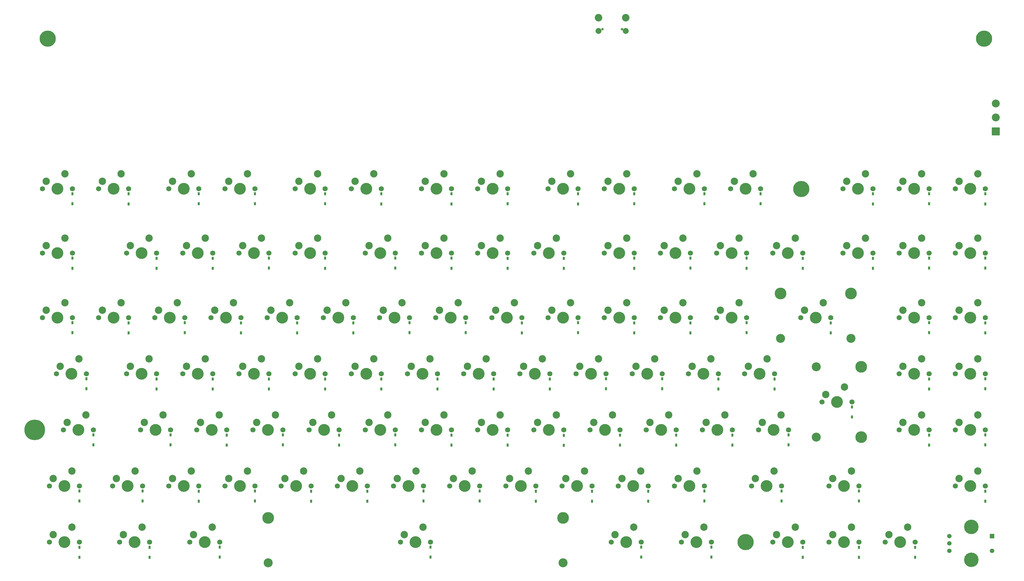
<source format=gbs>
G04 #@! TF.GenerationSoftware,KiCad,Pcbnew,7.0.8*
G04 #@! TF.CreationDate,2024-02-16T20:15:50-06:00*
G04 #@! TF.ProjectId,VesselV3,56657373-656c-4563-932e-6b696361645f,3.0*
G04 #@! TF.SameCoordinates,Original*
G04 #@! TF.FileFunction,Soldermask,Bot*
G04 #@! TF.FilePolarity,Negative*
%FSLAX46Y46*%
G04 Gerber Fmt 4.6, Leading zero omitted, Abs format (unit mm)*
G04 Created by KiCad (PCBNEW 7.0.8) date 2024-02-16 20:15:50*
%MOMM*%
%LPD*%
G01*
G04 APERTURE LIST*
G04 Aperture macros list*
%AMRoundRect*
0 Rectangle with rounded corners*
0 $1 Rounding radius*
0 $2 $3 $4 $5 $6 $7 $8 $9 X,Y pos of 4 corners*
0 Add a 4 corners polygon primitive as box body*
4,1,4,$2,$3,$4,$5,$6,$7,$8,$9,$2,$3,0*
0 Add four circle primitives for the rounded corners*
1,1,$1+$1,$2,$3*
1,1,$1+$1,$4,$5*
1,1,$1+$1,$6,$7*
1,1,$1+$1,$8,$9*
0 Add four rect primitives between the rounded corners*
20,1,$1+$1,$2,$3,$4,$5,0*
20,1,$1+$1,$4,$5,$6,$7,0*
20,1,$1+$1,$6,$7,$8,$9,0*
20,1,$1+$1,$8,$9,$2,$3,0*%
G04 Aperture macros list end*
%ADD10C,1.750000*%
%ADD11C,4.000000*%
%ADD12C,2.500000*%
%ADD13C,0.800000*%
%ADD14C,2.000000*%
%ADD15C,2.565000*%
%ADD16RoundRect,0.102000X1.237500X-1.237500X1.237500X1.237500X-1.237500X1.237500X-1.237500X-1.237500X0*%
%ADD17C,2.679000*%
%ADD18C,3.048000*%
%ADD19C,3.987800*%
%ADD20C,7.000000*%
%ADD21C,5.500000*%
%ADD22R,1.500000X1.500000*%
%ADD23C,1.500000*%
%ADD24C,4.920000*%
%ADD25R,0.740000X1.020000*%
G04 APERTURE END LIST*
D10*
X200025000Y-87153700D03*
D11*
X205105000Y-87153700D03*
D10*
X210185000Y-87153700D03*
D12*
X201295000Y-84613700D03*
X207645000Y-82073700D03*
D10*
X361950000Y-169068700D03*
D11*
X367030000Y-169068700D03*
D10*
X372110000Y-169068700D03*
D12*
X363220000Y-166528700D03*
X369570000Y-163988700D03*
D10*
X338137500Y-207168700D03*
D11*
X343217500Y-207168700D03*
D10*
X348297500Y-207168700D03*
D12*
X339407500Y-204628700D03*
X345757500Y-202088700D03*
D10*
X54768800Y-207168700D03*
D11*
X59848800Y-207168700D03*
D10*
X64928800Y-207168700D03*
D12*
X56038800Y-204628700D03*
X62388800Y-202088700D03*
D10*
X190500000Y-188118700D03*
D11*
X195580000Y-188118700D03*
D10*
X200660000Y-188118700D03*
D12*
X191770000Y-185578700D03*
X198120000Y-183038700D03*
D10*
X142875000Y-169068700D03*
D11*
X147955000Y-169068700D03*
D10*
X153035000Y-169068700D03*
D12*
X144145000Y-166528700D03*
X150495000Y-163988700D03*
D10*
X342900000Y-150018700D03*
D11*
X347980000Y-150018700D03*
D10*
X353060000Y-150018700D03*
D12*
X344170000Y-147478700D03*
X350520000Y-144938700D03*
D13*
X248880000Y-33023000D03*
X242280000Y-33023000D03*
D14*
X250190000Y-33583000D03*
X240970000Y-33583000D03*
D15*
X250190000Y-29083000D03*
X240970000Y-29083000D03*
D10*
X119062500Y-150018700D03*
D11*
X124142500Y-150018700D03*
D10*
X129222500Y-150018700D03*
D12*
X120332500Y-147478700D03*
X126682500Y-144938700D03*
D10*
X123825000Y-169068700D03*
D11*
X128905000Y-169068700D03*
D10*
X133985000Y-169068700D03*
D12*
X125095000Y-166528700D03*
X131445000Y-163988700D03*
D10*
X228600000Y-188118700D03*
D11*
X233680000Y-188118700D03*
D10*
X238760000Y-188118700D03*
D12*
X229870000Y-185578700D03*
X236220000Y-183038700D03*
D10*
X166687500Y-130968700D03*
D11*
X171767500Y-130968700D03*
D10*
X176847500Y-130968700D03*
D12*
X167957500Y-128428700D03*
X174307500Y-125888700D03*
D10*
X185737500Y-130968700D03*
D11*
X190817500Y-130968700D03*
D10*
X195897500Y-130968700D03*
D12*
X187007500Y-128428700D03*
X193357500Y-125888700D03*
D10*
X269081300Y-207168700D03*
D11*
X274161300Y-207168700D03*
D10*
X279241300Y-207168700D03*
D12*
X270351300Y-204628700D03*
X276701300Y-202088700D03*
D10*
X361950000Y-150018700D03*
D11*
X367030000Y-150018700D03*
D10*
X372110000Y-150018700D03*
D12*
X363220000Y-147478700D03*
X369570000Y-144938700D03*
D10*
X90487500Y-130968700D03*
D11*
X95567500Y-130968700D03*
D10*
X100647500Y-130968700D03*
D12*
X91757500Y-128428700D03*
X98107500Y-125888700D03*
D10*
X52387500Y-130968700D03*
D11*
X57467500Y-130968700D03*
D10*
X62547500Y-130968700D03*
D12*
X53657500Y-128428700D03*
X60007500Y-125888700D03*
D10*
X180975000Y-109061200D03*
D11*
X186055000Y-109061200D03*
D10*
X191135000Y-109061200D03*
D12*
X182245000Y-106521200D03*
X188595000Y-103981200D03*
D10*
X138112500Y-87153700D03*
D11*
X143192500Y-87153700D03*
D10*
X148272500Y-87153700D03*
D12*
X139382500Y-84613700D03*
X145732500Y-82073700D03*
D10*
X52387500Y-87153700D03*
D11*
X57467500Y-87153700D03*
D10*
X62547500Y-87153700D03*
D12*
X53657500Y-84613700D03*
X60007500Y-82073700D03*
D10*
X80962500Y-150018700D03*
D11*
X86042500Y-150018700D03*
D10*
X91122500Y-150018700D03*
D12*
X82232500Y-147478700D03*
X88582500Y-144938700D03*
D10*
X245268800Y-207168700D03*
D11*
X250348800Y-207168700D03*
D10*
X255428800Y-207168700D03*
D12*
X246538800Y-204628700D03*
X252888800Y-202088700D03*
D16*
X375651500Y-67742000D03*
D17*
X375651500Y-62992000D03*
X375651500Y-58242000D03*
D10*
X361950000Y-87153700D03*
D11*
X367030000Y-87153700D03*
D10*
X372110000Y-87153700D03*
D12*
X363220000Y-84613700D03*
X369570000Y-82073700D03*
D10*
X292893800Y-188118700D03*
D11*
X297973800Y-188118700D03*
D10*
X303053800Y-188118700D03*
D12*
X294163800Y-185578700D03*
X300513800Y-183038700D03*
D10*
X76200000Y-188118700D03*
D11*
X81280000Y-188118700D03*
D10*
X86360000Y-188118700D03*
D12*
X77470000Y-185578700D03*
X83820000Y-183038700D03*
D10*
X309562500Y-130968700D03*
D11*
X314642500Y-130968700D03*
D10*
X319722500Y-130968700D03*
D12*
X310832500Y-128428700D03*
X317182500Y-125888700D03*
D10*
X223837500Y-87153700D03*
D11*
X228917500Y-87153700D03*
D10*
X233997500Y-87153700D03*
D12*
X225107500Y-84613700D03*
X231457500Y-82073700D03*
D10*
X300037500Y-207168700D03*
D11*
X305117500Y-207168700D03*
D10*
X310197500Y-207168700D03*
D12*
X301307500Y-204628700D03*
X307657500Y-202088700D03*
D10*
X114300000Y-188118700D03*
D11*
X119380000Y-188118700D03*
D10*
X124460000Y-188118700D03*
D12*
X115570000Y-185578700D03*
X121920000Y-183038700D03*
D10*
X171450000Y-188118700D03*
D11*
X176530000Y-188118700D03*
D10*
X181610000Y-188118700D03*
D12*
X172720000Y-185578700D03*
X179070000Y-183038700D03*
D10*
X247650000Y-188118700D03*
D11*
X252730000Y-188118700D03*
D10*
X257810000Y-188118700D03*
D12*
X248920000Y-185578700D03*
X255270000Y-183038700D03*
D10*
X319087500Y-188118700D03*
D11*
X324167500Y-188118700D03*
D10*
X329247500Y-188118700D03*
D12*
X320357500Y-185578700D03*
X326707500Y-183038700D03*
D10*
X157162500Y-150018700D03*
D11*
X162242500Y-150018700D03*
D10*
X167322500Y-150018700D03*
D12*
X158432500Y-147478700D03*
X164782500Y-144938700D03*
D10*
X52387500Y-109061200D03*
D11*
X57467500Y-109061200D03*
D10*
X62547500Y-109061200D03*
D12*
X53657500Y-106521200D03*
X60007500Y-103981200D03*
D10*
X290512500Y-150018700D03*
D11*
X295592500Y-150018700D03*
D10*
X300672500Y-150018700D03*
D12*
X291782500Y-147478700D03*
X298132500Y-144938700D03*
D10*
X342900000Y-109061200D03*
D11*
X347980000Y-109061200D03*
D10*
X353060000Y-109061200D03*
D12*
X344170000Y-106521200D03*
X350520000Y-103981200D03*
D18*
X326580500Y-137953700D03*
D19*
X326580500Y-122743700D03*
D18*
X302704500Y-137953700D03*
D19*
X302704500Y-122743700D03*
D10*
X219075000Y-109061200D03*
D11*
X224155000Y-109061200D03*
D10*
X229235000Y-109061200D03*
D12*
X220345000Y-106521200D03*
X226695000Y-103981200D03*
D10*
X157162500Y-87153700D03*
D11*
X162242500Y-87153700D03*
D10*
X167322500Y-87153700D03*
D12*
X158432500Y-84613700D03*
X164782500Y-82073700D03*
D10*
X80962500Y-109061200D03*
D11*
X86042500Y-109061200D03*
D10*
X91122500Y-109061200D03*
D12*
X82232500Y-106521200D03*
X88582500Y-103981200D03*
D10*
X114300000Y-87153700D03*
D11*
X119380000Y-87153700D03*
D10*
X124460000Y-87153700D03*
D12*
X115570000Y-84613700D03*
X121920000Y-82073700D03*
D10*
X180975000Y-169068700D03*
D11*
X186055000Y-169068700D03*
D10*
X191135000Y-169068700D03*
D12*
X182245000Y-166528700D03*
X188595000Y-163988700D03*
D10*
X261937500Y-130968700D03*
D11*
X267017500Y-130968700D03*
D10*
X272097500Y-130968700D03*
D12*
X263207500Y-128428700D03*
X269557500Y-125888700D03*
D10*
X119062500Y-109061200D03*
D11*
X124142500Y-109061200D03*
D10*
X129222500Y-109061200D03*
D12*
X120332500Y-106521200D03*
X126682500Y-103981200D03*
D10*
X271462500Y-150018700D03*
D11*
X276542500Y-150018700D03*
D10*
X281622500Y-150018700D03*
D12*
X272732500Y-147478700D03*
X279082500Y-144938700D03*
D10*
X223837500Y-130968700D03*
D11*
X228917500Y-130968700D03*
D10*
X233997500Y-130968700D03*
D12*
X225107500Y-128428700D03*
X231457500Y-125888700D03*
D10*
X204787500Y-130968700D03*
D11*
X209867500Y-130968700D03*
D10*
X214947500Y-130968700D03*
D12*
X206057500Y-128428700D03*
X212407500Y-125888700D03*
D10*
X161925000Y-109061200D03*
D11*
X167005000Y-109061200D03*
D10*
X172085000Y-109061200D03*
D12*
X163195000Y-106521200D03*
X169545000Y-103981200D03*
D10*
X316706300Y-159543700D03*
D11*
X321786300Y-159543700D03*
D10*
X326866300Y-159543700D03*
D12*
X317976300Y-157003700D03*
X324326300Y-154463700D03*
D20*
X49784000Y-169025000D03*
D18*
X314801300Y-171481700D03*
D19*
X330011300Y-171481700D03*
D18*
X314801300Y-147605700D03*
D19*
X330011300Y-147605700D03*
D10*
X280987500Y-109061200D03*
D11*
X286067500Y-109061200D03*
D10*
X291147500Y-109061200D03*
D12*
X282257500Y-106521200D03*
X288607500Y-103981200D03*
D10*
X133350000Y-188118700D03*
D11*
X138430000Y-188118700D03*
D10*
X143510000Y-188118700D03*
D12*
X134620000Y-185578700D03*
X140970000Y-183038700D03*
D21*
X371729000Y-36195000D03*
D10*
X200025000Y-169068700D03*
D11*
X205105000Y-169068700D03*
D10*
X210185000Y-169068700D03*
D12*
X201295000Y-166528700D03*
X207645000Y-163988700D03*
D10*
X102393800Y-207168700D03*
D11*
X107473800Y-207168700D03*
D10*
X112553800Y-207168700D03*
D12*
X103663800Y-204628700D03*
X110013800Y-202088700D03*
D10*
X300037500Y-109061200D03*
D11*
X305117500Y-109061200D03*
D10*
X310197500Y-109061200D03*
D12*
X301307500Y-106521200D03*
X307657500Y-103981200D03*
D10*
X138112500Y-150018700D03*
D11*
X143192500Y-150018700D03*
D10*
X148272500Y-150018700D03*
D12*
X139382500Y-147478700D03*
X145732500Y-144938700D03*
D10*
X195262500Y-150018700D03*
D11*
X200342500Y-150018700D03*
D10*
X205422500Y-150018700D03*
D12*
X196532500Y-147478700D03*
X202882500Y-144938700D03*
D10*
X71437500Y-130968700D03*
D11*
X76517500Y-130968700D03*
D10*
X81597500Y-130968700D03*
D12*
X72707500Y-128428700D03*
X79057500Y-125888700D03*
D10*
X276225000Y-169068700D03*
D11*
X281305000Y-169068700D03*
D10*
X286385000Y-169068700D03*
D12*
X277495000Y-166528700D03*
X283845000Y-163988700D03*
D10*
X342900000Y-130968700D03*
D11*
X347980000Y-130968700D03*
D10*
X353060000Y-130968700D03*
D12*
X344170000Y-128428700D03*
X350520000Y-125888700D03*
D10*
X152400000Y-188118700D03*
D11*
X157480000Y-188118700D03*
D10*
X162560000Y-188118700D03*
D12*
X153670000Y-185578700D03*
X160020000Y-183038700D03*
D10*
X214312500Y-150018700D03*
D11*
X219392500Y-150018700D03*
D10*
X224472500Y-150018700D03*
D12*
X215582500Y-147478700D03*
X221932500Y-144938700D03*
D10*
X161925000Y-169068700D03*
D11*
X167005000Y-169068700D03*
D10*
X172085000Y-169068700D03*
D12*
X163195000Y-166528700D03*
X169545000Y-163988700D03*
D10*
X266700000Y-87153700D03*
D11*
X271780000Y-87153700D03*
D10*
X276860000Y-87153700D03*
D12*
X267970000Y-84613700D03*
X274320000Y-82073700D03*
D10*
X54768800Y-188118700D03*
D11*
X59848800Y-188118700D03*
D10*
X64928800Y-188118700D03*
D12*
X56038800Y-185578700D03*
X62388800Y-183038700D03*
D10*
X147637500Y-130968700D03*
D11*
X152717500Y-130968700D03*
D10*
X157797500Y-130968700D03*
D12*
X148907500Y-128428700D03*
X155257500Y-125888700D03*
D21*
X54229000Y-36195000D03*
D10*
X361950000Y-188118700D03*
D11*
X367030000Y-188118700D03*
D10*
X372110000Y-188118700D03*
D12*
X363220000Y-185578700D03*
X369570000Y-183038700D03*
D10*
X95250000Y-87153700D03*
D11*
X100330000Y-87153700D03*
D10*
X105410000Y-87153700D03*
D12*
X96520000Y-84613700D03*
X102870000Y-82073700D03*
D10*
X323850000Y-109061200D03*
D11*
X328930000Y-109061200D03*
D10*
X334010000Y-109061200D03*
D12*
X325120000Y-106521200D03*
X331470000Y-103981200D03*
D10*
X173831300Y-207168700D03*
D11*
X178911300Y-207168700D03*
D10*
X183991300Y-207168700D03*
D12*
X175101300Y-204628700D03*
X181451300Y-202088700D03*
D10*
X95250000Y-188118700D03*
D11*
X100330000Y-188118700D03*
D10*
X105410000Y-188118700D03*
D12*
X96520000Y-185578700D03*
X102870000Y-183038700D03*
D10*
X209550000Y-188118700D03*
D11*
X214630000Y-188118700D03*
D10*
X219710000Y-188118700D03*
D12*
X210820000Y-185578700D03*
X217170000Y-183038700D03*
D10*
X280987500Y-130968700D03*
D11*
X286067500Y-130968700D03*
D10*
X291147500Y-130968700D03*
D12*
X282257500Y-128428700D03*
X288607500Y-125888700D03*
D10*
X361950000Y-109061200D03*
D11*
X367030000Y-109061200D03*
D10*
X372110000Y-109061200D03*
D12*
X363220000Y-106521200D03*
X369570000Y-103981200D03*
D10*
X219075000Y-169068700D03*
D11*
X224155000Y-169068700D03*
D10*
X229235000Y-169068700D03*
D12*
X220345000Y-166528700D03*
X226695000Y-163988700D03*
D18*
X228911300Y-214153700D03*
D19*
X228911300Y-198943700D03*
D18*
X128911300Y-214153700D03*
D19*
X128911300Y-198943700D03*
D10*
X261937500Y-109061200D03*
D11*
X267017500Y-109061200D03*
D10*
X272097500Y-109061200D03*
D12*
X263207500Y-106521200D03*
X269557500Y-103981200D03*
D10*
X342900000Y-169068700D03*
D11*
X347980000Y-169068700D03*
D10*
X353060000Y-169068700D03*
D12*
X344170000Y-166528700D03*
X350520000Y-163988700D03*
D21*
X290819000Y-207137000D03*
D10*
X176212500Y-150018700D03*
D11*
X181292500Y-150018700D03*
D10*
X186372500Y-150018700D03*
D12*
X177482500Y-147478700D03*
X183832500Y-144938700D03*
D10*
X104775000Y-169068700D03*
D11*
X109855000Y-169068700D03*
D10*
X114935000Y-169068700D03*
D12*
X106045000Y-166528700D03*
X112395000Y-163988700D03*
D10*
X242887500Y-130968700D03*
D11*
X247967500Y-130968700D03*
D10*
X253047500Y-130968700D03*
D12*
X244157500Y-128428700D03*
X250507500Y-125888700D03*
D10*
X138112500Y-109061200D03*
D11*
X143192500Y-109061200D03*
D10*
X148272500Y-109061200D03*
D12*
X139382500Y-106521200D03*
X145732500Y-103981200D03*
D10*
X57150000Y-150018700D03*
D11*
X62230000Y-150018700D03*
D10*
X67310000Y-150018700D03*
D12*
X58420000Y-147478700D03*
X64770000Y-144938700D03*
D10*
X238125000Y-169068700D03*
D11*
X243205000Y-169068700D03*
D10*
X248285000Y-169068700D03*
D12*
X239395000Y-166528700D03*
X245745000Y-163988700D03*
D10*
X257175000Y-169068700D03*
D11*
X262255000Y-169068700D03*
D10*
X267335000Y-169068700D03*
D12*
X258445000Y-166528700D03*
X264795000Y-163988700D03*
D10*
X100012500Y-150018700D03*
D11*
X105092500Y-150018700D03*
D10*
X110172500Y-150018700D03*
D12*
X101282500Y-147478700D03*
X107632500Y-144938700D03*
D10*
X242887500Y-109061200D03*
D11*
X247967500Y-109061200D03*
D10*
X253047500Y-109061200D03*
D12*
X244157500Y-106521200D03*
X250507500Y-103981200D03*
D10*
X109537500Y-130968700D03*
D11*
X114617500Y-130968700D03*
D10*
X119697500Y-130968700D03*
D12*
X110807500Y-128428700D03*
X117157500Y-125888700D03*
D10*
X200025000Y-109061200D03*
D11*
X205105000Y-109061200D03*
D10*
X210185000Y-109061200D03*
D12*
X201295000Y-106521200D03*
X207645000Y-103981200D03*
D10*
X323850000Y-87153700D03*
D11*
X328930000Y-87153700D03*
D10*
X334010000Y-87153700D03*
D12*
X325120000Y-84613700D03*
X331470000Y-82073700D03*
D10*
X71437500Y-87153700D03*
D11*
X76517500Y-87153700D03*
D10*
X81597500Y-87153700D03*
D12*
X72707500Y-84613700D03*
X79057500Y-82073700D03*
D10*
X361950000Y-130968700D03*
D11*
X367030000Y-130968700D03*
D10*
X372110000Y-130968700D03*
D12*
X363220000Y-128428700D03*
X369570000Y-125888700D03*
D10*
X78581300Y-207168700D03*
D11*
X83661300Y-207168700D03*
D10*
X88741300Y-207168700D03*
D12*
X79851300Y-204628700D03*
X86201300Y-202088700D03*
D10*
X85725000Y-169068700D03*
D11*
X90805000Y-169068700D03*
D10*
X95885000Y-169068700D03*
D12*
X86995000Y-166528700D03*
X93345000Y-163988700D03*
D10*
X100012500Y-109061200D03*
D11*
X105092500Y-109061200D03*
D10*
X110172500Y-109061200D03*
D12*
X101282500Y-106521200D03*
X107632500Y-103981200D03*
D10*
X319087500Y-207168700D03*
D11*
X324167500Y-207168700D03*
D10*
X329247500Y-207168700D03*
D12*
X320357500Y-204628700D03*
X326707500Y-202088700D03*
D10*
X285750000Y-87153700D03*
D11*
X290830000Y-87153700D03*
D10*
X295910000Y-87153700D03*
D12*
X287020000Y-84613700D03*
X293370000Y-82073700D03*
D10*
X180975000Y-87153700D03*
D11*
X186055000Y-87153700D03*
D10*
X191135000Y-87153700D03*
D12*
X182245000Y-84613700D03*
X188595000Y-82073700D03*
D10*
X242887500Y-87153700D03*
D11*
X247967500Y-87153700D03*
D10*
X253047500Y-87153700D03*
D12*
X244157500Y-84613700D03*
X250507500Y-82073700D03*
D10*
X252412500Y-150018700D03*
D11*
X257492500Y-150018700D03*
D10*
X262572500Y-150018700D03*
D12*
X253682500Y-147478700D03*
X260032500Y-144938700D03*
D22*
X374396000Y-205115000D03*
D23*
X374396000Y-210115000D03*
X359896000Y-205115000D03*
X359896000Y-210115000D03*
X359896000Y-207615000D03*
D24*
X367396000Y-202015000D03*
X367396000Y-213215000D03*
D10*
X128587500Y-130968700D03*
D11*
X133667500Y-130968700D03*
D10*
X138747500Y-130968700D03*
D12*
X129857500Y-128428700D03*
X136207500Y-125888700D03*
D21*
X309753000Y-87249000D03*
D10*
X266700000Y-188118700D03*
D11*
X271780000Y-188118700D03*
D10*
X276860000Y-188118700D03*
D12*
X267970000Y-185578700D03*
X274320000Y-183038700D03*
D10*
X59531300Y-169068700D03*
D11*
X64611300Y-169068700D03*
D10*
X69691300Y-169068700D03*
D12*
X60801300Y-166528700D03*
X67151300Y-163988700D03*
D10*
X342900000Y-87153700D03*
D11*
X347980000Y-87153700D03*
D10*
X353060000Y-87153700D03*
D12*
X344170000Y-84613700D03*
X350520000Y-82073700D03*
D10*
X295275000Y-169068700D03*
D11*
X300355000Y-169068700D03*
D10*
X305435000Y-169068700D03*
D12*
X296545000Y-166528700D03*
X302895000Y-163988700D03*
D10*
X233362500Y-150018700D03*
D11*
X238442500Y-150018700D03*
D10*
X243522500Y-150018700D03*
D12*
X234632500Y-147478700D03*
X240982500Y-144938700D03*
D25*
X224472500Y-155165000D03*
X224472500Y-151765000D03*
X253047500Y-92300000D03*
X253047500Y-88900000D03*
X143510000Y-193294000D03*
X143510000Y-189894000D03*
X372110000Y-155116000D03*
X372110000Y-151716000D03*
X238760000Y-193294000D03*
X238760000Y-189894000D03*
X267335000Y-174244000D03*
X267335000Y-170844000D03*
X100647500Y-136066000D03*
X100647500Y-132666000D03*
X153035000Y-174215000D03*
X153035000Y-170815000D03*
X110172500Y-114222000D03*
X110172500Y-110822000D03*
X348297500Y-212315000D03*
X348297500Y-208915000D03*
X276860000Y-92300000D03*
X276860000Y-88900000D03*
X257810000Y-193294000D03*
X257810000Y-189894000D03*
X64928800Y-212344000D03*
X64928800Y-208944000D03*
X233997500Y-136066000D03*
X233997500Y-132666000D03*
X353060000Y-114144000D03*
X353060000Y-110744000D03*
X310197500Y-114222000D03*
X310197500Y-110822000D03*
X229235000Y-114222000D03*
X229235000Y-110822000D03*
X295910000Y-92251000D03*
X295910000Y-88851000D03*
X148272500Y-155165000D03*
X148272500Y-151765000D03*
X133985000Y-174166000D03*
X133985000Y-170766000D03*
X305435000Y-174166000D03*
X305435000Y-170766000D03*
X353060000Y-92300000D03*
X353060000Y-88900000D03*
X329247500Y-193216000D03*
X329247500Y-189816000D03*
X62547500Y-136066000D03*
X62547500Y-132666000D03*
X105410000Y-193265000D03*
X105410000Y-189865000D03*
X310197500Y-212344000D03*
X310197500Y-208944000D03*
X64928800Y-193216000D03*
X64928800Y-189816000D03*
X214947500Y-136144000D03*
X214947500Y-132744000D03*
X172085000Y-174166000D03*
X172085000Y-170766000D03*
X176847500Y-136066000D03*
X176847500Y-132666000D03*
X129222500Y-155194000D03*
X129222500Y-151794000D03*
X91122500Y-155165000D03*
X91122500Y-151765000D03*
X272097500Y-114144000D03*
X272097500Y-110744000D03*
X181610000Y-193216000D03*
X181610000Y-189816000D03*
X88741300Y-212344000D03*
X88741300Y-208944000D03*
X162560000Y-193294000D03*
X162560000Y-189894000D03*
X353060000Y-155165000D03*
X353060000Y-151765000D03*
X326866300Y-164641000D03*
X326866300Y-161241000D03*
X219710000Y-193294000D03*
X219710000Y-189894000D03*
X172085000Y-114144000D03*
X172085000Y-110744000D03*
X329247500Y-212344000D03*
X329247500Y-208944000D03*
X205422500Y-155194000D03*
X205422500Y-151794000D03*
X281622500Y-155194000D03*
X281622500Y-151794000D03*
X186372500Y-155194000D03*
X186372500Y-151794000D03*
X248285000Y-174215000D03*
X248285000Y-170815000D03*
X372110000Y-193265000D03*
X372110000Y-189865000D03*
X67310000Y-155116000D03*
X67310000Y-151716000D03*
X167322500Y-155165000D03*
X167322500Y-151765000D03*
X353060000Y-174215000D03*
X353060000Y-170815000D03*
X233997500Y-92329000D03*
X233997500Y-88929000D03*
X119697500Y-136115000D03*
X119697500Y-132715000D03*
X62547500Y-114173000D03*
X62547500Y-110773000D03*
X200660000Y-193216000D03*
X200660000Y-189816000D03*
X319722500Y-136115000D03*
X319722500Y-132715000D03*
X195897500Y-136066000D03*
X195897500Y-132666000D03*
X86360000Y-193216000D03*
X86360000Y-189816000D03*
X243522500Y-155116000D03*
X243522500Y-151716000D03*
X372110000Y-136144000D03*
X372110000Y-132744000D03*
X129222500Y-114144000D03*
X129222500Y-110744000D03*
X255428800Y-212266000D03*
X255428800Y-208866000D03*
X124460000Y-193216000D03*
X124460000Y-189816000D03*
X372110000Y-92329000D03*
X372110000Y-88929000D03*
X157797500Y-136115000D03*
X157797500Y-132715000D03*
X210185000Y-174244000D03*
X210185000Y-170844000D03*
X334010000Y-92329000D03*
X334010000Y-88929000D03*
X148272500Y-92300000D03*
X148272500Y-88900000D03*
X69691300Y-174166000D03*
X69691300Y-170766000D03*
X291147500Y-136066000D03*
X291147500Y-132666000D03*
X191135000Y-114173000D03*
X191135000Y-110773000D03*
X276860000Y-193216000D03*
X276860000Y-189816000D03*
X81597500Y-136144000D03*
X81597500Y-132744000D03*
X148272500Y-114173000D03*
X148272500Y-110773000D03*
X81597500Y-92329000D03*
X81597500Y-88929000D03*
X253047500Y-136115000D03*
X253047500Y-132715000D03*
X183991300Y-212266000D03*
X183991300Y-208866000D03*
X124460000Y-92300000D03*
X124460000Y-88900000D03*
X303053800Y-193216000D03*
X303053800Y-189816000D03*
X191135000Y-174244000D03*
X191135000Y-170844000D03*
X372110000Y-114144000D03*
X372110000Y-110744000D03*
X210185000Y-114222000D03*
X210185000Y-110822000D03*
X191135000Y-92329000D03*
X191135000Y-88929000D03*
X91122500Y-114222000D03*
X91122500Y-110822000D03*
X300672500Y-155194000D03*
X300672500Y-151794000D03*
X138747500Y-136144000D03*
X138747500Y-132744000D03*
X167322500Y-92329000D03*
X167322500Y-88929000D03*
X272097500Y-136115000D03*
X272097500Y-132715000D03*
X279241300Y-212266000D03*
X279241300Y-208866000D03*
X334010000Y-114222000D03*
X334010000Y-110822000D03*
X95885000Y-174166000D03*
X95885000Y-170766000D03*
X229235000Y-174293000D03*
X229235000Y-170893000D03*
X291147500Y-114173000D03*
X291147500Y-110773000D03*
X105410000Y-92251000D03*
X105410000Y-88851000D03*
X353060000Y-136066000D03*
X353060000Y-132666000D03*
X114935000Y-174215000D03*
X114935000Y-170815000D03*
X286385000Y-174244000D03*
X286385000Y-170844000D03*
X112553800Y-212266000D03*
X112553800Y-208866000D03*
X372110000Y-174166000D03*
X372110000Y-170766000D03*
X253047500Y-114173000D03*
X253047500Y-110773000D03*
X62547500Y-92300000D03*
X62547500Y-88900000D03*
X262572500Y-155116000D03*
X262572500Y-151716000D03*
X210185000Y-92251000D03*
X210185000Y-88851000D03*
X110172500Y-155165000D03*
X110172500Y-151765000D03*
M02*

</source>
